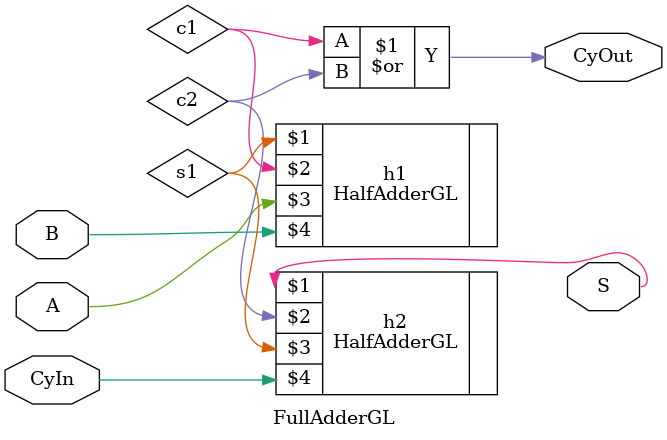
<source format=v>
module FullAdderGL(
    output S,
    output CyOut,
    input A,
    input B,
    input CyIn
);
    wire c1, c2, s1;
    HalfAdderGL h1(s1, c1, A, B);
    HalfAdderGL h2(S, c2, s1, CyIn);

    or (CyOut, c1, c2);
endmodule 
</source>
